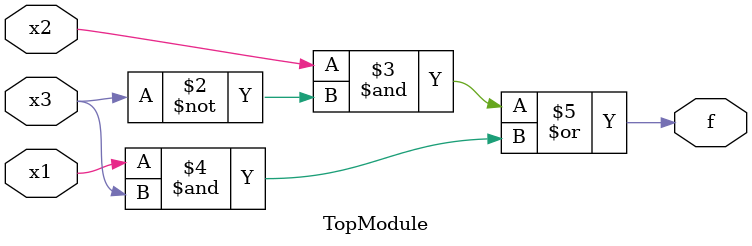
<source format=sv>

module TopModule (
  input x3,
  input x2,
  input x1,
  output reg f
);

always @(*) begin
    // Implementing the derived Boolean expression for f
    f = (x2 & ~x3) | (x1 & x3);
end

endmodule

// VERILOG-EVAL: errant inclusion of module definition

</source>
